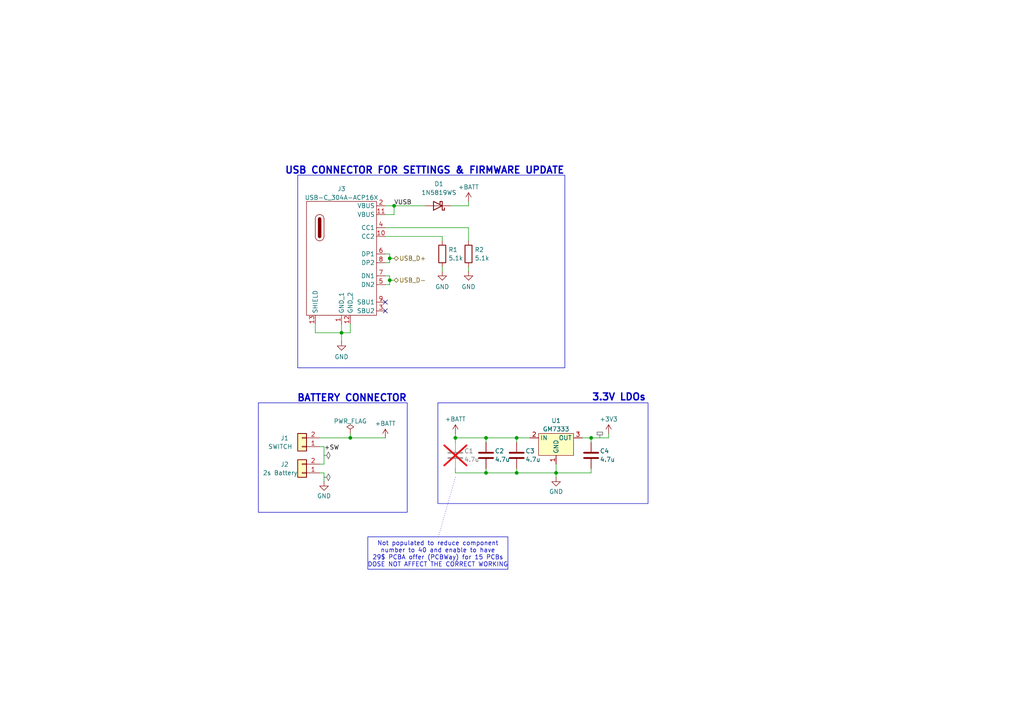
<source format=kicad_sch>
(kicad_sch (version 20250114) (generator "eeschema") (generator_version "9.0")
  (paper "A4")
  (title_block (title "Ant Robot control board") (date "2025-09-18") (rev "2.0") (company "Filippo Castellan"))
  (lib_symbols
    (symbol "Connector_Generic:Conn_01x02" (pin_names (offset 1.016) (hide yes))
      (property "Reference" "J" (at 0 2.54 0))
      (property "Value" "Conn_01x02" (at 0 -5.08 0))
      (symbol "Conn_01x02_1_1"
        (rectangle (start -1.27 1.27) (end 1.27 -3.81) (stroke (width 0.254)) (fill (type background)))
        (rectangle (start -1.27 0.127) (end 0 -0.127) (stroke (width 0.1524)))
        (rectangle (start -1.27 -2.413) (end 0 -2.667) (stroke (width 0.1524)))
        (pin passive line (at -5.08 0 0) (length 3.81) (name "Pin_1") (number "1"))
        (pin passive line (at -5.08 -2.54 0) (length 3.81) (name "Pin_2") (number "2"))
      )
    )
    (symbol "Device:C" (pin_numbers (hide yes)) (pin_names (offset 0.254))
      (property "Reference" "C" (at 0.635 2.54 0))
      (property "Value" "C" (at 0.635 -2.54 0))
      (symbol "C_0_1"
        (polyline (pts (xy -2.032 0.762) (xy 2.032 0.762)) (stroke (width 0.508)))
        (polyline (pts (xy -2.032 -0.762) (xy 2.032 -0.762)) (stroke (width 0.508)))
      )
      (symbol "C_1_1"
        (pin passive line (at 0 3.81 270) (length 2.794) (name "~") (number "1"))
        (pin passive line (at 0 -3.81 90) (length 2.794) (name "~") (number "2"))
      )
    )
    (symbol "Device:D_Schottky" (pin_numbers (hide yes)) (pin_names (offset 1.016) (hide yes))
      (property "Reference" "D" (at 0 2.54 0))
      (property "Value" "D_Schottky" (at 0 -2.54 0))
      (symbol "D_Schottky_0_1"
        (polyline (pts (xy -1.905 0.635) (xy -1.905 1.27) (xy -1.27 1.27) (xy -1.27 -1.27) (xy -0.635 -1.27) (xy -0.635 -0.635)) (stroke (width 0.254)))
        (polyline (pts (xy 1.27 1.27) (xy 1.27 -1.27) (xy -1.27 0) (xy 1.27 1.27)) (stroke (width 0.254)))
        (polyline (pts (xy 1.27 0) (xy -1.27 0)))
      )
      (symbol "D_Schottky_1_1"
        (pin passive line (at -3.81 0 0) (length 2.54) (name "K") (number "1"))
        (pin passive line (at 3.81 0 180) (length 2.54) (name "A") (number "2"))
      )
    )
    (symbol "Device:R" (pin_numbers (hide yes)) (pin_names (offset 0))
      (property "Reference" "R" (at 2.032 0 90))
      (property "Value" "R" (at 0 0 90))
      (symbol "R_0_1"
        (rectangle (start -1.016 -2.54) (end 1.016 2.54) (stroke (width 0.254)))
      )
      (symbol "R_1_1"
        (pin passive line (at 0 3.81 270) (length 1.27) (name "~") (number "1"))
        (pin passive line (at 0 -3.81 90) (length 1.27) (name "~") (number "2"))
      )
    )
    (symbol "_MIA:USB-C_304A-ACP16X"
      (property "Reference" "J1" (at 0 18.889 0))
      (property "Value" "USB-C_304A-ACP16X" (at 0 16.3521 0))
      (symbol "USB-C_304A-ACP16X_0_1"
        (rectangle (start -10.16 15.24) (end 10.16 -17.78) (stroke (width 0.1524)))
        (polyline (pts (xy -7.62 10.16) (xy -7.62 5.08)) (stroke (width 0.1524)))
        (arc (start -6.35 11.43) (mid -5.452 11.058) (end -5.08 10.16) (stroke (width 0.1524)))
        (arc (start -5.08 5.08) (mid -5.452 4.182) (end -6.35 3.81) (stroke (width 0.1524)))
        (polyline (pts (xy -6.35 10.16) (xy -6.35 10.16)) (stroke (width 0.1524)))
        (polyline (pts (xy -6.35 10.16) (xy -6.35 5.08)) (stroke (width 1)))
        (arc (start -7.62 10.16) (mid -7.248 11.058) (end -6.35 11.43) (stroke (width 0.1524)))
        (arc (start -6.35 3.81) (mid -7.248 4.182) (end -7.62 5.08) (stroke (width 0.1524)))
        (polyline (pts (xy -5.08 10.16) (xy -5.08 5.08)) (stroke (width 0.1524)))
      )
      (symbol "USB-C_304A-ACP16X_1_1"
        (pin power_out line (at -7.62 -20.32 90) (length 2.54) (name "SHIELD") (number "13"))
        (pin power_out line (at 0 -20.32 90) (length 2.54) (name "GND_1") (number "1"))
        (pin power_out line (at 2.54 -20.32 90) (length 2.54) (name "GND_2") (number "12"))
        (pin power_out line (at 12.7 13.97 180) (length 2.54) (name "VBUS") (number "2"))
        (pin power_out line (at 12.7 11.43 180) (length 2.54) (name "VBUS") (number "11"))
        (pin unspecified line (at 12.7 7.62 180) (length 2.54) (name "CC1") (number "4"))
        (pin unspecified line (at 12.7 5.08 180) (length 2.54) (name "CC2") (number "10"))
        (pin bidirectional line (at 12.7 0 180) (length 2.54) (name "DP1") (number "6"))
        (pin bidirectional line (at 12.7 -2.54 180) (length 2.54) (name "DP2") (number "8"))
        (pin bidirectional line (at 12.7 -6.35 180) (length 2.54) (name "DN1") (number "7"))
        (pin bidirectional line (at 12.7 -8.89 180) (length 2.54) (name "DN2") (number "5"))
        (pin unspecified line (at 12.7 -13.97 180) (length 2.54) (name "SBU1") (number "9"))
        (pin unspecified line (at 12.7 -16.51 180) (length 2.54) (name "SBU2") (number "3"))
      )
    )
    (symbol "_My_power_management_IC:GM7333"
      (property "Reference" "U1" (at 0 3.7156 0))
      (property "Value" "GM7333" (at 0 1.27 0))
      (symbol "GM7333_1_1"
        (rectangle (start -5.08 0) (end 5.08 -6.35) (fill (type background)))
        (pin power_in line (at -7.62 -1.27 0) (length 2.54) (name "IN") (number "2"))
        (pin power_in line (at 0 -8.89 90) (length 2.54) (name "GND") (number "1"))
        (pin power_out line (at 7.62 -1.27 180) (length 2.54) (name "OUT") (number "3"))
      )
    )
    (symbol "power:+3V3" (power) (pin_numbers (hide yes)) (pin_names (offset 0) (hide yes))
      (property "Value" "+3V3" (at 0 3.556 0))
      (symbol "+3V3_0_1"
        (polyline (pts (xy -0.762 1.27) (xy 0 2.54)))
        (polyline (pts (xy 0 2.54) (xy 0.762 1.27)))
        (polyline (pts (xy 0 0) (xy 0 2.54)))
      )
      (symbol "+3V3_1_1"
        (pin power_in line (at 0 0 90) (length 0) (name "~") (number "1"))
      )
    )
    (symbol "power:+BATT" (power) (pin_numbers (hide yes)) (pin_names (offset 0) (hide yes))
      (property "Value" "+BATT" (at 0 3.556 0))
      (symbol "+BATT_0_1"
        (polyline (pts (xy -0.762 1.27) (xy 0 2.54)))
        (polyline (pts (xy 0 2.54) (xy 0.762 1.27)))
        (polyline (pts (xy 0 0) (xy 0 2.54)))
      )
      (symbol "+BATT_1_1"
        (pin power_in line (at 0 0 90) (length 0) (name "~") (number "1"))
      )
    )
    (symbol "power:GND" (power) (pin_numbers (hide yes)) (pin_names (offset 0) (hide yes))
      (property "Value" "GND" (at 0 -3.81 0))
      (symbol "GND_0_1"
        (polyline (pts (xy 0 0) (xy 0 -1.27) (xy 1.27 -1.27) (xy 0 -2.54) (xy -1.27 -1.27) (xy 0 -1.27)))
      )
      (symbol "GND_1_1"
        (pin power_in line (at 0 0 270) (length 0) (name "~") (number "1"))
      )
    )
    (symbol "power:PWR_FLAG" (power) (pin_numbers (hide yes)) (pin_names (offset 0) (hide yes))
      (property "Value" "PWR_FLAG" (at 0 3.81 0))
      (symbol "PWR_FLAG_0_0"
        (pin power_out line (at 0 0 90) (length 0) (name "pwr") (number "1"))
      )
      (symbol "PWR_FLAG_0_1"
        (polyline (pts (xy 0 0) (xy 0 1.27) (xy -1.016 1.905) (xy 0 2.54) (xy 1.016 1.905) (xy 0 1.27)))
      )
    )
  )
  (rectangle (start 86.36 50.8) (end 163.83 106.68))
  (rectangle (start 74.93 116.84) (end 118.11 148.59))
  (rectangle (start 127 116.84) (end 187.96 146.05))
  (rectangle (start 106.68 155.702) (end 147.32 165.1))
  (text "BATTERY CONNECTOR" (at 118.11 115.57 0) (effects (font (size 2 2) (thickness 0.4) (bold yes)) (justify right)))
  (text "3.3V LDOs" (at 187.452 115.316 0) (effects (font (size 2 2) (thickness 0.4) (bold yes)) (justify right)))
  (text "USB CONNECTOR FOR SETTINGS & FIRMWARE UPDATE" (at 163.83 49.53 0) (effects (font (size 2 2) (thickness 0.4) (bold yes)) (justify right)))
  (text "Not populated to reduce component\nnumber to 40 and enable to have\n29$ PCBA offer (PCBWay) for 15 PCBs\nDOSE NOT AFFECT THE CORRECT WORKING" (at 127 160.782 0) (effects (font (size 1.27 1.27))))
  (junction (at 113.03 74.93))
  (junction (at 114.3 59.69))
  (junction (at 113.03 81.28))
  (junction (at 140.97 137.16))
  (junction (at 149.86 137.16))
  (junction (at 161.29 137.16))
  (junction (at 149.86 127))
  (junction (at 101.6 127))
  (junction (at 99.06 96.52))
  (junction (at 171.45 127))
  (junction (at 140.97 127))
  (junction (at 132.08 127))
  (no_connect (at 111.76 87.63))
  (no_connect (at 111.76 90.17))
  (wire (pts (xy 93.98 129.54) (xy 92.71 129.54)))
  (wire (pts (xy 111.76 80.01) (xy 113.03 80.01)))
  (wire (pts (xy 99.06 96.52) (xy 101.6 96.52)))
  (wire (pts (xy 140.97 137.16) (xy 149.86 137.16)))
  (wire (pts (xy 111.76 76.2) (xy 113.03 76.2)))
  (wire (pts (xy 132.08 127) (xy 132.08 128.27)))
  (wire (pts (xy 132.08 137.16) (xy 140.97 137.16)))
  (wire (pts (xy 93.98 137.16) (xy 93.98 139.7)))
  (wire (pts (xy 91.44 96.52) (xy 99.06 96.52)))
  (wire (pts (xy 113.03 74.93) (xy 114.3 74.93)))
  (wire (pts (xy 92.71 127) (xy 101.6 127)))
  (wire (pts (xy 132.08 125.73) (xy 132.08 127)))
  (wire (pts (xy 93.98 134.62) (xy 92.71 134.62)))
  (wire (pts (xy 161.29 134.62) (xy 161.29 137.16)))
  (wire (pts (xy 113.03 81.28) (xy 113.03 80.01)))
  (wire (pts (xy 149.86 127) (xy 153.67 127)))
  (wire (pts (xy 171.45 127) (xy 171.45 128.27)))
  (wire (pts (xy 101.6 127) (xy 111.76 127)))
  (wire (pts (xy 128.27 77.47) (xy 128.27 78.74)))
  (wire (pts (xy 128.27 68.58) (xy 128.27 69.85)))
  (wire (pts (xy 99.06 96.52) (xy 99.06 99.06)))
  (wire (pts (xy 132.08 127) (xy 140.97 127)))
  (wire (pts (xy 161.29 137.16) (xy 161.29 138.43)))
  (wire (pts (xy 168.91 127) (xy 171.45 127)))
  (wire (pts (xy 114.3 62.23) (xy 114.3 59.69)))
  (wire (pts (xy 149.86 127) (xy 149.86 128.27)))
  (wire (pts (xy 113.03 76.2) (xy 113.03 74.93)))
  (wire (pts (xy 135.89 69.85) (xy 135.89 66.04)))
  (wire (pts (xy 132.08 135.89) (xy 132.08 137.16)))
  (wire (pts (xy 171.45 127) (xy 176.53 127)))
  (wire (pts (xy 111.76 73.66) (xy 113.03 73.66)))
  (wire (pts (xy 92.71 137.16) (xy 93.98 137.16)))
  (wire (pts (xy 111.76 59.69) (xy 114.3 59.69)))
  (wire (pts (xy 149.86 137.16) (xy 149.86 135.89)))
  (wire (pts (xy 171.45 137.16) (xy 171.45 135.89)))
  (wire (pts (xy 101.6 127) (xy 101.6 125.73)))
  (wire (pts (xy 93.98 129.54) (xy 93.98 134.62)))
  (wire (pts (xy 111.76 62.23) (xy 114.3 62.23)))
  (wire (pts (xy 140.97 127) (xy 149.86 127)))
  (wire (pts (xy 113.03 74.93) (xy 113.03 73.66)))
  (wire (pts (xy 130.81 59.69) (xy 135.89 59.69)))
  (wire (pts (xy 113.03 81.28) (xy 113.03 82.55)))
  (wire (pts (xy 101.6 96.52) (xy 101.6 93.98)))
  (wire (pts (xy 140.97 135.89) (xy 140.97 137.16)))
  (wire (pts (xy 135.89 77.47) (xy 135.89 78.74)))
  (wire (pts (xy 161.29 137.16) (xy 171.45 137.16)))
  (wire (pts (xy 176.53 125.73) (xy 176.53 127)))
  (wire (pts (xy 135.89 66.04) (xy 111.76 66.04)))
  (wire (pts (xy 113.03 81.28) (xy 114.3 81.28)))
  (wire (pts (xy 140.97 127) (xy 140.97 128.27)))
  (wire (pts (xy 111.76 68.58) (xy 128.27 68.58)))
  (wire (pts (xy 111.76 82.55) (xy 113.03 82.55)))
  (wire (pts (xy 149.86 137.16) (xy 161.29 137.16)))
  (wire (pts (xy 99.06 93.98) (xy 99.06 96.52)))
  (wire (pts (xy 135.89 58.42) (xy 135.89 59.69)))
  (polyline (pts (xy 132.08 138.43) (xy 127 156.21)) (stroke (width 0) (type dot)))
  (wire (pts (xy 91.44 93.98) (xy 91.44 96.52)))
  (wire (pts (xy 114.3 59.69) (xy 123.19 59.69)))
  (label "+SW" (at 93.98 130.81 0))
  (label "VUSB" (at 114.3 59.69 0))
  (hierarchical_label "USB_D+" (shape bidirectional) (at 114.3 74.93 0))
  (hierarchical_label "USB_D-" (shape bidirectional) (at 114.3 81.28 0))
  (netclass_flag "" (length 1.27) (shape diamond) (at 93.98 138.43 270) (property "Netclass" "Power" (effects (hide yes))))
  (netclass_flag "" (length 1.27) (shape rectangle) (at 173.99 127 0) (property "Netclass" "Power Logic" (effects (hide yes))))
  (netclass_flag "" (length 1.27) (shape diamond) (at 93.98 132.08 270) (property "Netclass" "Power" (effects (hide yes))))
  (symbol (lib_id "Connector_Generic:Conn_01x02") (at 87.63 137.16 180) (unit 1) (in_bom no)
    (property "Reference" "J2" (at 82.55 134.6946 0))
    (property "Value" "2s Battery" (at 81.28 137.16 0))
    (property "Footprint" "_MY_connectors:01x02_TH_pad_renforced" (effects (hide yes)))
    (property "Description" "Generic connector, single row, 01x02, script generated (kicad-library-utils/schlib/autogen/connector/)" (effects (hide yes)))
  )
  (symbol (lib_id "power:PWR_FLAG") (at 101.6 125.73 0) (unit 1)
    (property "Reference" "#FLG01" (effects (hide yes)))
    (property "Value" "PWR_FLAG" (at 101.6 122.1542 0))
  )
  (symbol (lib_id "Device:R") (at 128.27 73.66 0) (unit 1)
    (property "Reference" "R1" (at 130.048 72.4372 0) (effects (justify left)))
    (property "Value" "5.1k" (at 130.048 74.8828 0) (effects (justify left)))
    (property "Footprint" "Resistor_SMD:R_0402_1005Metric" (effects (hide yes)))
    (property "Description" "Resistor" (effects (hide yes)))
    (property "LCSC" "C25905" (effects (hide yes)))
  )
  (symbol (lib_id "_My_power_management_IC:GM7333") (at 161.29 125.73 0) (unit 1)
    (property "Reference" "U1" (at 161.29 122.0144 0))
    (property "Value" "GM7333" (at 161.29 124.46 0))
    (property "Footprint" "Package_TO_SOT_SMD:SOT-89-3" (effects (hide yes)))
    (property "Datasheet" "https://www.lcsc.com/datasheet/lcsc_datasheet_2308181508_GATEMODE-GM7333_C2833582.pdf" (effects (hide yes)))
    (property "Description" "250mA LDO 40Vin 3.3Vout" (effects (hide yes)))
    (property "LCSC" "C2833582" (effects (hide yes)))
  )
  (symbol (lib_id "Device:D_Schottky") (at 127 59.69 180) (unit 1)
    (property "Reference" "D1" (at 127.3175 53.34 0))
    (property "Value" "1N5819WS" (at 127.3175 55.88 0))
    (property "Footprint" "Diode_SMD:D_SOD-323" (effects (hide yes)))
    (property "Datasheet" "https://www.lcsc.com/datasheet/C191023.pdf" (effects (hide yes)))
    (property "Description" "Schottky diode" (effects (hide yes)))
    (property "LCSC" "C191023" (effects (hide yes)))
  )
  (symbol (lib_id "_MIA:USB-C_304A-ACP16X") (at 99.06 73.66 0) (unit 1)
    (property "Reference" "J3" (at 99.06 54.771 0))
    (property "Value" "USB-C_304A-ACP16X" (at 99.06 57.3079 0))
    (property "Footprint" "_MIA footprint:USB_C_304A-ACP16X" (effects (hide yes)))
    (property "Datasheet" "https://datasheet.lcsc.com/lcsc/2110291630_XUNPU-TYPEC-304A-ACP16W_C2909607.pdf" (effects (hide yes)))
    (property "LCSC" "C2909609" (effects (hide yes)))
  )
  (symbol (lib_id "power:GND") (at 99.06 99.06 0) (unit 1)
    (property "Reference" "#PWR02" (effects (hide yes)))
    (property "Value" "GND" (at 99.06 103.5034 0))
  )
  (symbol (lib_id "power:GND") (at 161.29 138.43 0) (unit 1)
    (property "Reference" "#PWR08" (effects (hide yes)))
    (property "Value" "GND" (at 161.29 142.5837 0))
    (property "Description" "Power symbol creates a global label with name \"GND\" , ground" (effects (hide yes)))
  )
  (symbol (lib_id "Device:C") (at 132.08 132.08 0) (unit 1) (dnp yes)
    (property "Reference" "C1" (at 134.62 130.81 0) (effects (justify left)))
    (property "Value" "4.7u" (at 134.62 133.2754 0) (effects (justify left)))
    (property "Footprint" "Capacitor_SMD:C_0402_1005Metric" (effects (hide yes)))
    (property "Description" "Unpolarized capacitor" (effects (hide yes)))
    (property "VOLTAGE" "25V" (effects (hide yes)))
    (property "LCSC" "C2858031" (effects (hide yes)))
  )
  (symbol (lib_id "power:GND") (at 128.27 78.74 0) (unit 1)
    (property "Reference" "#PWR04" (effects (hide yes)))
    (property "Value" "GND" (at 128.27 83.1834 0))
  )
  (symbol (lib_id "Device:R") (at 135.89 73.66 0) (unit 1)
    (property "Reference" "R2" (at 137.668 72.4372 0) (effects (justify left)))
    (property "Value" "5.1k" (at 137.668 74.8828 0) (effects (justify left)))
    (property "Footprint" "Resistor_SMD:R_0402_1005Metric" (effects (hide yes)))
    (property "Description" "Resistor" (effects (hide yes)))
    (property "LCSC" "C25905" (effects (hide yes)))
  )
  (symbol (lib_id "power:GND") (at 135.89 78.74 0) (unit 1)
    (property "Reference" "#PWR07" (effects (hide yes)))
    (property "Value" "GND" (at 135.89 83.1834 0))
  )
  (symbol (lib_id "Device:C") (at 171.45 132.08 0) (unit 1)
    (property "Reference" "C4" (at 173.99 130.81 0) (effects (justify left)))
    (property "Value" "4.7u" (at 173.99 133.2754 0) (effects (justify left)))
    (property "Footprint" "Capacitor_SMD:C_0402_1005Metric" (effects (hide yes)))
    (property "Description" "Unpolarized capacitor" (effects (hide yes)))
    (property "LCSC" "C2858031" (effects (hide yes)))
  )
  (symbol (lib_id "power:+BATT") (at 135.89 58.42 0) (mirror y) (unit 1)
    (property "Reference" "#PWR06" (effects (hide yes)))
    (property "Value" "+BATT" (at 135.89 54.2663 0))
    (property "Description" "Power symbol creates a global label with name \"+BATT\"" (effects (hide yes)))
  )
  (symbol (lib_id "Connector_Generic:Conn_01x02") (at 87.63 129.54 180) (unit 1) (in_bom no)
    (property "Reference" "J1" (at 82.55 127.0746 0))
    (property "Value" "SWITCH" (at 81.28 129.54 0))
    (property "Footprint" "_MY_connectors:01x02_TH_pad_renforced" (effects (hide yes)))
    (property "Description" "Generic connector, single row, 01x02, script generated (kicad-library-utils/schlib/autogen/connector/)" (effects (hide yes)))
  )
  (symbol (lib_id "power:+3V3") (at 176.53 125.73 0) (unit 1)
    (property "Reference" "#PWR09" (effects (hide yes)))
    (property "Value" "+3V3" (at 176.53 121.5763 0))
    (property "Description" "Power symbol creates a global label with name \"+3V3\"" (effects (hide yes)))
  )
  (symbol (lib_id "power:+BATT") (at 111.76 127 0) (unit 1)
    (property "Reference" "#PWR03" (effects (hide yes)))
    (property "Value" "+BATT" (at 111.76 122.8463 0))
    (property "Description" "Power symbol creates a global label with name \"+BATT\"" (effects (hide yes)))
  )
  (symbol (lib_id "power:+BATT") (at 132.08 125.73 0) (mirror y) (unit 1)
    (property "Reference" "#PWR05" (effects (hide yes)))
    (property "Value" "+BATT" (at 132.08 121.5763 0))
    (property "Description" "Power symbol creates a global label with name \"+BATT\"" (effects (hide yes)))
  )
  (symbol (lib_id "Device:C") (at 149.86 132.08 0) (unit 1)
    (property "Reference" "C3" (at 152.4 130.81 0) (effects (justify left)))
    (property "Value" "4.7u" (at 152.4 133.2754 0) (effects (justify left)))
    (property "Footprint" "Capacitor_SMD:C_0402_1005Metric" (effects (hide yes)))
    (property "Description" "Unpolarized capacitor" (effects (hide yes)))
    (property "VOLTAGE" "25V" (effects (hide yes)))
    (property "LCSC" "C2858031" (effects (hide yes)))
  )
  (symbol (lib_id "power:GND") (at 93.98 139.7 0) (unit 1)
    (property "Reference" "#PWR01" (effects (hide yes)))
    (property "Value" "GND" (at 93.98 143.8537 0))
    (property "Description" "Power symbol creates a global label with name \"GND\" , ground" (effects (hide yes)))
  )
  (symbol (lib_id "Device:C") (at 140.97 132.08 0) (unit 1)
    (property "Reference" "C2" (at 143.51 130.81 0) (effects (justify left)))
    (property "Value" "4.7u" (at 143.51 133.2754 0) (effects (justify left)))
    (property "Footprint" "Capacitor_SMD:C_0402_1005Metric" (effects (hide yes)))
    (property "Description" "Unpolarized capacitor" (effects (hide yes)))
    (property "VOLTAGE" "25V" (effects (hide yes)))
    (property "LCSC" "C2858031" (effects (hide yes)))
  )
)
</source>
